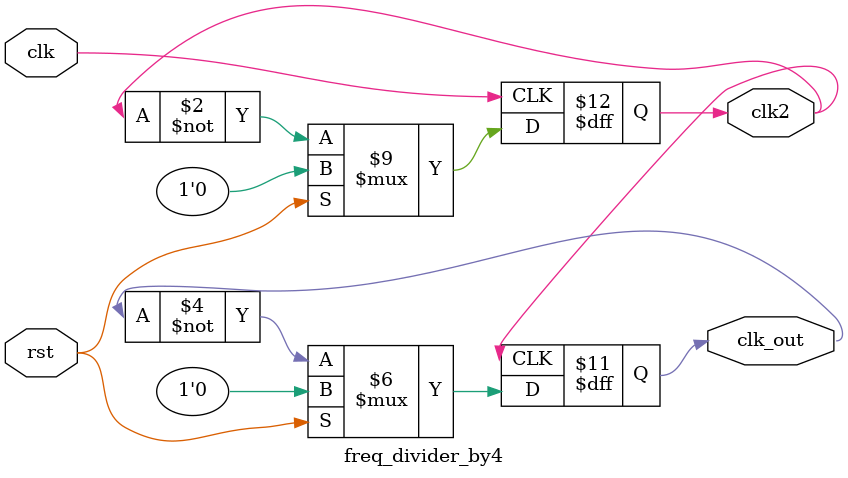
<source format=v>
module freq_divider_by4(
    input clk,rst,
    output reg clk2,clk_out
);

    always@(posedge clk) begin
        if(rst)
            clk2 <= 0;
        else     
            clk2 <= ~clk2;
    end        


    always@(posedge clk2) begin
        if(rst)
            clk_out <= 0;
        else     
            clk_out <= ~clk_out;
    end  
          

endmodule



</source>
